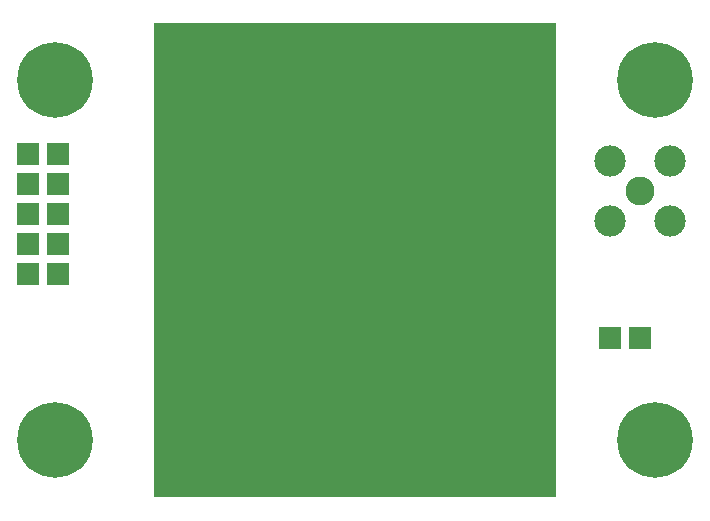
<source format=gbr>
%TF.GenerationSoftware,KiCad,Pcbnew,7.0.7-7.0.7~ubuntu23.04.1*%
%TF.CreationDate,2023-10-02T12:52:53+00:00*%
%TF.ProjectId,PIND02,50494e44-3032-42e6-9b69-6361645f7063,rev?*%
%TF.SameCoordinates,Original*%
%TF.FileFunction,Soldermask,Top*%
%TF.FilePolarity,Negative*%
%FSLAX46Y46*%
G04 Gerber Fmt 4.6, Leading zero omitted, Abs format (unit mm)*
G04 Created by KiCad (PCBNEW 7.0.7-7.0.7~ubuntu23.04.1) date 2023-10-02 12:52:53*
%MOMM*%
%LPD*%
G01*
G04 APERTURE LIST*
G04 Aperture macros list*
%AMRoundRect*
0 Rectangle with rounded corners*
0 $1 Rounding radius*
0 $2 $3 $4 $5 $6 $7 $8 $9 X,Y pos of 4 corners*
0 Add a 4 corners polygon primitive as box body*
4,1,4,$2,$3,$4,$5,$6,$7,$8,$9,$2,$3,0*
0 Add four circle primitives for the rounded corners*
1,1,$1+$1,$2,$3*
1,1,$1+$1,$4,$5*
1,1,$1+$1,$6,$7*
1,1,$1+$1,$8,$9*
0 Add four rect primitives between the rounded corners*
20,1,$1+$1,$2,$3,$4,$5,0*
20,1,$1+$1,$4,$5,$6,$7,0*
20,1,$1+$1,$6,$7,$8,$9,0*
20,1,$1+$1,$8,$9,$2,$3,0*%
G04 Aperture macros list end*
%ADD10RoundRect,0.200000X-0.762000X-0.762000X0.762000X-0.762000X0.762000X0.762000X-0.762000X0.762000X0*%
%ADD11C,6.400000*%
%ADD12C,2.450000*%
%ADD13C,2.650000*%
%ADD14C,1.924000*%
G04 APERTURE END LIST*
D10*
%TO.C,J2*%
X7874000Y34417000D03*
X10414000Y34417000D03*
X7874000Y31877000D03*
X10414000Y31877000D03*
X7874000Y29337000D03*
X10414000Y29337000D03*
X7874000Y26797000D03*
X10414000Y26797000D03*
X7874000Y24257000D03*
X10414000Y24257000D03*
%TD*%
D11*
%TO.C,M2*%
X60960000Y40640000D03*
%TD*%
D10*
%TO.C,J3*%
X57150000Y18796000D03*
X59690000Y18796000D03*
%TD*%
D11*
%TO.C,M4*%
X60960000Y10160000D03*
%TD*%
D12*
%TO.C,J1*%
X59690000Y31242000D03*
D13*
X62230000Y28702000D03*
X62230000Y33782000D03*
X57150000Y28702000D03*
X57150000Y33782000D03*
%TD*%
D11*
%TO.C,M3*%
X10160000Y10160000D03*
%TD*%
%TO.C,M1*%
X10160000Y40640000D03*
%TD*%
D14*
%TO.C,D2*%
X33060000Y14400000D03*
X38060000Y14400000D03*
%TD*%
G36*
X52563502Y45451502D02*
G01*
X52578000Y45416500D01*
X52578000Y5383500D01*
X52563502Y5348498D01*
X52528500Y5334000D01*
X18591500Y5334000D01*
X18556498Y5348498D01*
X18542000Y5383500D01*
X18542000Y45416500D01*
X18556498Y45451502D01*
X18591500Y45466000D01*
X52528500Y45466000D01*
X52563502Y45451502D01*
G37*
M02*

</source>
